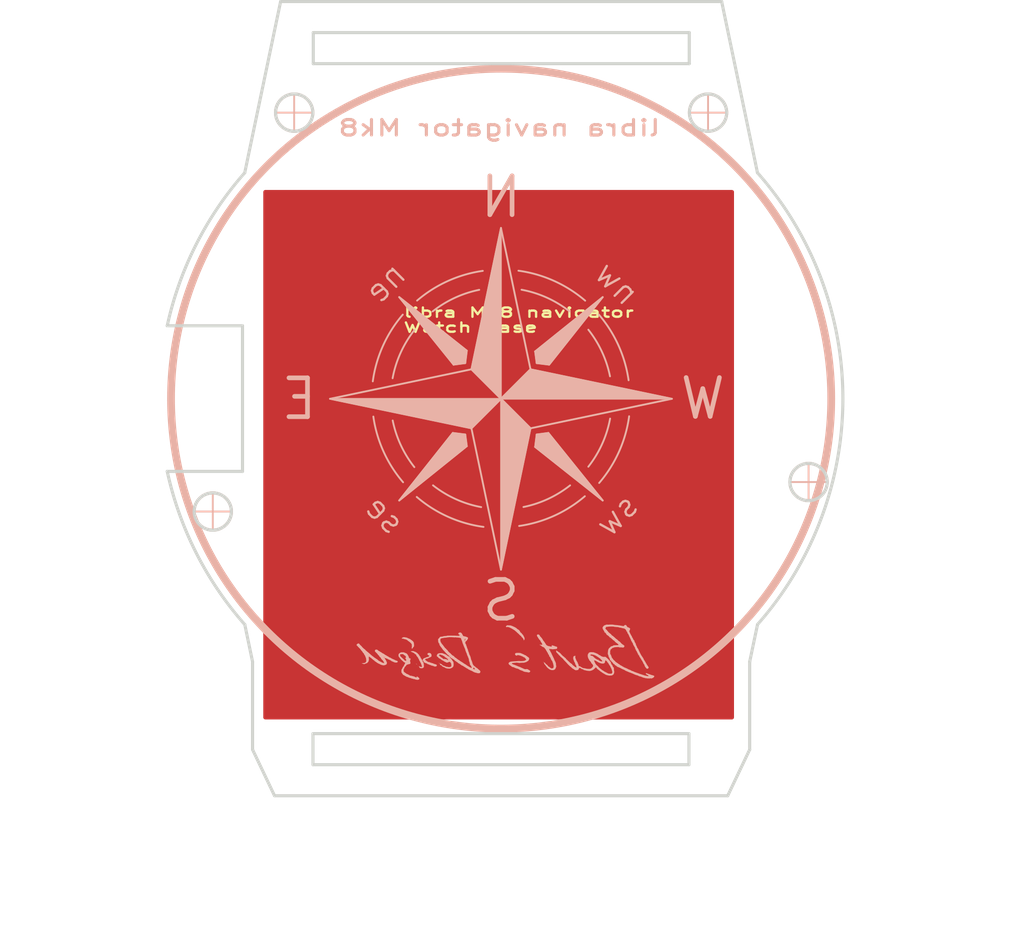
<source format=kicad_pcb>
(kicad_pcb (version 20211014) (generator pcbnew)
  (layers (0 "F.Cu" jumper) (31 "B.Cu" signal) (34 "B.Paste" user) (35 "F.Paste" user) (36 "B.SilkS" user "B.Silkscreen") (37 "F.SilkS" user "F.Silkscreen") (38 "B.Mask" user) (39 "F.Mask" user) (44 "Edge.Cuts" user))
  (net 0 "")
  (footprint "BartLib_Logo:BD_full 20x5.2" (layer "B.Cu") (at 144.37 110.97 180)
    (fp_text reference "G***" hide)
    (fp_text value "LOGO" hide)
  )
  (gr_line (start 142.261752 96.15) (end 133.161752 94.25) (layer "B.SilkS") (width 0.12))
  (gr_line (start 146.061752 96.15) (end 144.161752 105.25) (layer "B.SilkS") (width 0.12))
  (gr_line (start 146.361752 91.2) (end 150.711752 87.7) (layer "B.SilkS") (width 0.12))
  (gr_arc (start 137.861752 99.625) (mid 136.602428 97.646494) (end 135.947014 95.394648) (layer "B.SilkS") (width 0.12))
  (gr_line (start 146.361752 97.35) (end 146.461752 96.55) (layer "B.SilkS") (width 0.12))
  (gr_line (start 150.711752 100.8) (end 146.361752 97.35) (layer "B.SilkS") (width 0.12))
  (gr_arc (start 152.411752 95.375) (mid 151.756827 97.662176) (end 150.481825 99.670774) (layer "B.SilkS") (width 0.12))
  (gr_line (start 162.761752 99.61) (end 165.161752 99.61) (layer "B.SilkS") (width 0.12))
  (gr_arc (start 150.461752 88.825) (mid 151.721076 90.803506) (end 152.37649 93.055352) (layer "B.SilkS") (width 0.12))
  (gr_circle (center 125.611752 101.51) (end 124.411752 101.51) (layer "B.SilkS") (width 0.2) (fill none))
  (gr_arc (start 138.761752 87.925) (mid 140.740258 86.665676) (end 142.992104 86.010262) (layer "B.SilkS") (width 0.12))
  (gr_arc (start 143.036752 102.5) (mid 140.749576 101.845075) (end 138.740978 100.570073) (layer "B.SilkS") (width 0.12))
  (gr_arc (start 149.786752 89.8) (mid 150.660004 91.218734) (end 151.180577 92.801257) (layer "B.SilkS") (width 0.12))
  (gr_arc (start 138.586752 98.65) (mid 137.7135 97.231266) (end 137.192927 95.648743) (layer "B.SilkS") (width 0.12))
  (gr_line (start 150.711752 87.7) (end 147.261752 92.05) (layer "B.SilkS") (width 0.12))
  (gr_arc (start 135.911752 93.125) (mid 136.566677 90.837824) (end 137.841679 88.829226) (layer "B.SilkS") (width 0.12))
  (gr_circle (center 157.491752 75.82) (end 156.291752 75.82) (layer "B.SilkS") (width 0.2) (fill none))
  (gr_line (start 142.261752 96.15) (end 144.161752 94.25) (layer "B.SilkS") (width 0.12))
  (gr_line (start 157.491752 74.62) (end 157.491752 77.02) (layer "B.SilkS") (width 0.12))
  (gr_line (start 144.161752 83.25) (end 146.061752 92.35) (layer "B.SilkS") (width 0.12))
  (gr_poly (pts (xy 141.961752 97.3) (xy 141.861752 96.55) (xy 141.061752 96.45) (xy 137.611752 100.8)) (layer "B.SilkS") (width 0.1) (fill solid))
  (gr_arc (start 148.611752 99.825) (mid 147.193018 100.698252) (end 145.610495 101.218825) (layer "B.SilkS") (width 0.12))
  (gr_arc (start 145.486752 87.225) (mid 147.121024 87.738086) (end 148.585451 88.626656) (layer "B.SilkS") (width 0.12))
  (gr_line (start 163.961752 98.41) (end 163.961752 100.81) (layer "B.SilkS") (width 0.12))
  (gr_arc (start 139.761752 88.625) (mid 141.180486 87.751748) (end 142.763009 87.231175) (layer "B.SilkS") (width 0.12))
  (gr_arc (start 142.886752 101.225) (mid 141.25248 100.711914) (end 139.788053 99.823344) (layer "B.SilkS") (width 0.12))
  (gr_line (start 141.111752 92.05) (end 141.861752 91.95) (layer "B.SilkS") (width 0.12))
  (gr_line (start 137.611752 87.7) (end 141.961752 91.15) (layer "B.SilkS") (width 0.12))
  (gr_line (start 124.411752 101.51) (end 126.811752 101.51) (layer "B.SilkS") (width 0.12))
  (gr_line (start 129.651752 75.82) (end 132.051752 75.82) (layer "B.SilkS") (width 0.12))
  (gr_line (start 147.211752 96.45) (end 150.711752 100.8) (layer "B.SilkS") (width 0.12))
  (gr_line (start 141.961752 97.3) (end 137.611752 100.8) (layer "B.SilkS") (width 0.12))
  (gr_line (start 133.161752 94.25) (end 142.261752 92.35) (layer "B.SilkS") (width 0.12))
  (gr_line (start 146.061752 96.15) (end 144.161752 94.25) (layer "B.SilkS") (width 0.12))
  (gr_circle (center 130.851752 75.82) (end 129.651752 75.82) (layer "B.SilkS") (width 0.2) (fill none))
  (gr_line (start 141.961752 97.3) (end 141.861752 96.55) (layer "B.SilkS") (width 0.12))
  (gr_line (start 141.961752 91.15) (end 141.861752 91.95) (layer "B.SilkS") (width 0.12))
  (gr_line (start 141.061752 96.45) (end 141.861752 96.55) (layer "B.SilkS") (width 0.12))
  (gr_line (start 142.261752 92.35) (end 144.161752 83.25) (layer "B.SilkS") (width 0.12))
  (gr_line (start 141.111752 92.05) (end 137.611752 87.7) (layer "B.SilkS") (width 0.12))
  (gr_line (start 144.161752 105.25) (end 142.261752 96.15) (layer "B.SilkS") (width 0.12))
  (gr_arc (start 151.186752 95.525) (mid 150.673666 97.159272) (end 149.785096 98.623699) (layer "B.SilkS") (width 0.12))
  (gr_arc (start 149.561752 100.525) (mid 147.583246 101.784324) (end 145.3314 102.439738) (layer "B.SilkS") (width 0.12))
  (gr_line (start 142.261752 96.15) (end 144.161752 94.25) (layer "B.SilkS") (width 0.12))
  (gr_circle (center 163.961752 99.61) (end 162.761752 99.61) (layer "B.SilkS") (width 0.2) (fill none))
  (gr_line (start 146.061752 96.15) (end 144.161752 94.25) (layer "B.SilkS") (width 0.12))
  (gr_poly (pts (xy 147.211752 96.45) (xy 146.461752 96.55) (xy 146.361752 97.35) (xy 150.711752 100.8)) (layer "B.SilkS") (width 0.1) (fill solid))
  (gr_line (start 137.611752 100.8) (end 141.061752 96.45) (layer "B.SilkS") (width 0.12))
  (gr_line (start 146.061752 92.35) (end 144.161752 94.25) (layer "B.SilkS") (width 0.12))
  (gr_line (start 156.291752 75.82) (end 158.691752 75.82) (layer "B.SilkS") (width 0.12))
  (gr_line (start 147.211752 96.45) (end 146.461752 96.55) (layer "B.SilkS") (width 0.12))
  (gr_arc (start 137.186752 92.925) (mid 137.699838 91.290728) (end 138.588408 89.826301) (layer "B.SilkS") (width 0.12))
  (gr_poly (pts (xy 142.261752 96.15) (xy 144.161752 94.25) (xy 133.161752 94.25)) (layer "B.SilkS") (width 0.1) (fill solid))
  (gr_line (start 125.611752 100.31) (end 125.611752 102.71) (layer "B.SilkS") (width 0.12))
  (gr_poly (pts (xy 146.061752 92.35) (xy 144.161752 94.25) (xy 155.161752 94.25)) (layer "B.SilkS") (width 0.1) (fill solid))
  (gr_line (start 142.261752 92.35) (end 144.161752 94.25) (layer "B.SilkS") (width 0.12))
  (gr_poly (pts (xy 146.061752 96.15) (xy 144.161752 94.25) (xy 144.161752 105.25)) (layer "B.SilkS") (width 0.1) (fill solid))
  (gr_line (start 142.261752 92.35) (end 144.161752 94.25) (layer "B.SilkS") (width 0.12))
  (gr_circle (center 144.171752 94.24) (end 165.42 94.24) (layer "B.SilkS") (width 0.5) (fill none))
  (gr_line (start 146.061752 92.35) (end 144.161752 94.25) (layer "B.SilkS") (width 0.12))
  (gr_arc (start 145.286752 86) (mid 147.573928 86.654925) (end 149.582526 87.929927) (layer "B.SilkS") (width 0.12))
  (gr_poly (pts (xy 146.361752 91.2) (xy 146.461752 91.95) (xy 147.261752 92.05) (xy 150.711752 87.7)) (layer "B.SilkS") (width 0.1) (fill solid))
  (gr_line (start 155.161752 94.25) (end 146.061752 96.15) (layer "B.SilkS") (width 0.12))
  (gr_poly (pts (xy 141.111752 92.05) (xy 141.861752 91.95) (xy 141.961752 91.15) (xy 137.611752 87.7)) (layer "B.SilkS") (width 0.1) (fill solid))
  (gr_line (start 130.851752 74.62) (end 130.851752 77.02) (layer "B.SilkS") (width 0.12))
  (gr_poly (pts (xy 142.261752 92.35) (xy 144.161752 94.25) (xy 144.161752 83.25)) (layer "B.SilkS") (width 0.1) (fill solid))
  (gr_line (start 147.261752 92.05) (end 146.461752 91.95) (layer "B.SilkS") (width 0.12))
  (gr_line (start 146.061752 92.35) (end 155.161752 94.25) (layer "B.SilkS") (width 0.12))
  (gr_line (start 146.361752 91.2) (end 146.461752 91.95) (layer "B.SilkS") (width 0.12))
  (gr_line (start 156.281752 70.665628) (end 156.281752 72.665628) (layer "Edge.Cuts") (width 0.2))
  (gr_line (start 158.367652 68.6661) (end 160.671751 79.690001) (layer "Edge.Cuts") (width 0.2))
  (gr_line (start 156.261752 117.814372) (end 156.261752 115.814372) (layer "Edge.Cuts") (width 0.2))
  (gr_line (start 128.171752 116.84) (end 128.171752 111.18) (layer "Edge.Cuts") (width 0.2))
  (gr_arc (start 122.68 89.545916) (mid 124.545859 84.301641) (end 127.668486 79.693707) (layer "Edge.Cuts") (width 0.2))
  (gr_line (start 127.524958 98.925916) (end 122.68 98.925916) (layer "Edge.Cuts") (width 0.2))
  (gr_line (start 122.68 89.545916) (end 127.524958 89.545916) (layer "Edge.Cuts") (width 0.2))
  (gr_circle (center 125.611752 101.51) (end 126.811752 101.51) (layer "Edge.Cuts") (width 0.2) (fill none))
  (gr_line (start 132.081752 70.665628) (end 132.081752 72.665628) (layer "Edge.Cuts") (width 0.2))
  (gr_line (start 129.586912 119.81408) (end 158.756272 119.81408) (layer "Edge.Cuts") (width 0.2))
  (gr_circle (center 157.491752 75.82) (end 158.691752 75.82) (layer "Edge.Cuts") (width 0.2) (fill none))
  (gr_line (start 132.061752 117.814372) (end 156.261752 117.814372) (layer "Edge.Cuts") (width 0.2))
  (gr_line (start 160.171752 116.84) (end 160.171752 111.18) (layer "Edge.Cuts") (width 0.2))
  (gr_line (start 132.061752 117.814372) (end 132.061752 115.814372) (layer "Edge.Cuts") (width 0.2))
  (gr_line (start 129.978072 68.6661) (end 158.367652 68.6661) (layer "Edge.Cuts") (width 0.2))
  (gr_line (start 156.281752 70.665628) (end 132.081752 70.665628) (layer "Edge.Cuts") (width 0.2))
  (gr_line (start 128.171752 111.18) (end 127.671753 108.789999) (layer "Edge.Cuts") (width 0.2))
  (gr_circle (center 130.851752 75.82) (end 132.051752 75.82) (layer "Edge.Cuts") (width 0.2) (fill none))
  (gr_circle (center 163.961752 99.61) (end 165.161752 99.61) (layer "Edge.Cuts") (width 0.2) (fill none))
  (gr_arc (start 127.671753 108.789999) (mid 124.545603 104.17691) (end 122.68 98.925916) (layer "Edge.Cuts") (width 0.2))
  (gr_line (start 158.756272 119.81408) (end 160.171752 116.84) (layer "Edge.Cuts") (width 0.2))
  (gr_line (start 132.081752 72.665628) (end 156.281752 72.665628) (layer "Edge.Cuts") (width 0.2))
  (gr_line (start 129.978072 68.6661) (end 127.668486 79.693707) (layer "Edge.Cuts") (width 0.2))
  (gr_line (start 127.524958 89.545916) (end 127.524958 98.925916) (layer "Edge.Cuts") (width 0.2))
  (gr_line (start 160.171752 111.18) (end 160.676712 108.784371) (layer "Edge.Cuts") (width 0.2))
  (gr_arc (start 160.671751 79.690001) (mid 166.170671 94.23753) (end 160.675018 108.786293) (layer "Edge.Cuts") (width 0.2))
  (gr_line (start 129.586912 119.81408) (end 128.171752 116.84) (layer "Edge.Cuts") (width 0.2))
  (gr_line (start 156.261752 115.814372) (end 132.061752 115.814372) (layer "Edge.Cuts") (width 0.2))
  (gr_text "E" (at 131.171752 94.26) (layer "B.SilkS") (effects (font (size 2.5 2.5) (thickness 0.3)) (justify mirror)))
  (gr_text "se" (at 136.686752 101.7 -45) (layer "B.SilkS") (effects (font (size 1.5 1.5)) (justify mirror)))
  (gr_text "nw" (at 151.636752 86.8 -45) (layer "B.SilkS") (effects (font (size 1.5 1.5)) (justify mirror)))
  (gr_text "S" (at 144.171752 107.24) (layer "B.SilkS") (effects (font (size 2.5 2.5) (thickness 0.3)) (justify mirror)))
  (gr_text "libra navigator Mk8" (at 144.06 76.81) (layer "B.SilkS") (effects (font (size 1 1.4) (thickness 0.2)) (justify mirror)))
  (gr_text "sw" (at 151.611752 101.725 -315) (layer "B.SilkS") (effects (font (size 1.5 1.5)) (justify mirror)))
  (gr_text "N" (at 144.161752 81.25) (layer "B.SilkS") (effects (font (size 2.5 2.5) (thickness 0.3)) (justify mirror)))
  (gr_text "W" (at 157.151752 94.24) (layer "B.SilkS") (effects (font (size 2.5 2.5) (thickness 0.3)) (justify mirror)))
  (gr_text "ne" (at 136.711752 86.775 -315) (layer "B.SilkS") (effects (font (size 1.5 1.5)) (justify mirror)))
  (gr_text "libra Mk8 navigator\nWatch base" (at 137.8 89.18) (layer "F.SilkS") (effects (font (size 0.6 1)) (justify left)))
  (zone (net 0) (net_name "") (layer "F.Cu") (connect_pads (clearance 0.508)) (min_thickness 0.254) (fill yes (thermal_gap 0.508) (thermal_bridge_width 0.508))
    (polygon (pts (xy 128.861752 114.9) (xy 159.161752 114.9) (xy 159.161752 80.8) (xy 128.861752 80.8)))
  )
)
</source>
